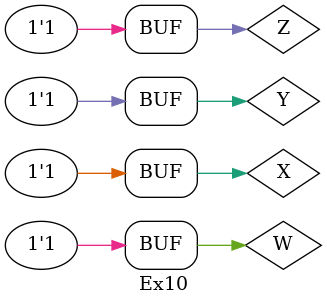
<source format=v>
module PoS (output S1, output S2, input X, Y, W, Z); // MAXTERMOS
// M 5 6 7
assign S1 = ((~(~X | ~Y | W) & ~(X | Y | ~W)) | ~((Y & W & Z) | ~X));
assign S2 = X & ~(Y & W & Z);
endmodule // PoS

module Ex10;
reg X, Y, W, Z;
wire S1, S2;
// instancias
PoS POS1(S1, S2, X, Y, W, Z);
// valores iniciais
initial begin: start
X=1'bx; Y=1'bx; Z=1'bx; W=1'bx;// indefinidos
end
// parte principal
initial begin: main
// identificacao
$display("Produto da Soma");
// monitoramento
$display(" X  Y  W  Z =   nao_simpl\tsimpl");
$monitor("%2b %2b %2b %2b = \t  %2b  \t\t%2b", X, Y, W, Z, S1, S2);
// sinalizacao
#1 X=0; Y=0; W=0; Z=0;
#1 X=0; Y=0; W=0; Z=1;
#1 X=0; Y=0; W=1; Z=0;
#1 X=0; Y=0; W=1; Z=1;
#1 X=0; Y=1; W=0; Z=0;
#1 X=0; Y=1; W=0; Z=1;
#1 X=0; Y=1; W=1; Z=0;
#1 X=0; Y=1; W=1; Z=1;
#1 X=1; Y=0; W=0; Z=0;
#1 X=1; Y=0; W=0; Z=1;
#1 X=1; Y=0; W=1; Z=0;
#1 X=1; Y=0; W=1; Z=1;
#1 X=1; Y=1; W=0; Z=0;
#1 X=1; Y=1; W=0; Z=1;
#1 X=1; Y=1; W=1; Z=0;
#1 X=1; Y=1; W=1; Z=1;
end
endmodule // test_module
</source>
